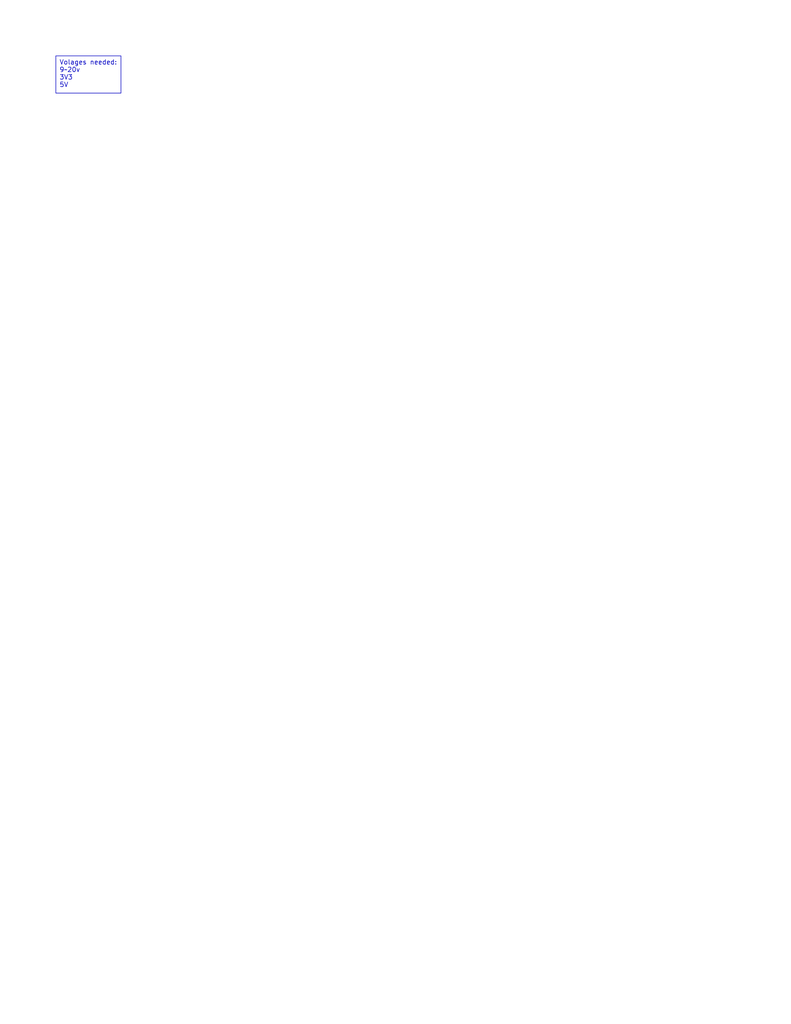
<source format=kicad_sch>
(kicad_sch
	(version 20231120)
	(generator "eeschema")
	(generator_version "8.0")
	(uuid "b87d8bdc-5f12-4f84-91af-f53c5e0dc55a")
	(paper "USLetter" portrait)
	(title_block
		(rev "0")
	)
	(lib_symbols)
	(text_box "Volages needed:\n9~20v\n3V3\n5V"
		(exclude_from_sim no)
		(at 15.24 15.24 0)
		(size 17.78 10.16)
		(stroke
			(width 0)
			(type default)
		)
		(fill
			(type none)
		)
		(effects
			(font
				(size 1.27 1.27)
			)
			(justify left top)
		)
		(uuid "e37a1d56-980a-4e5a-b965-1af80767373b")
	)
)

</source>
